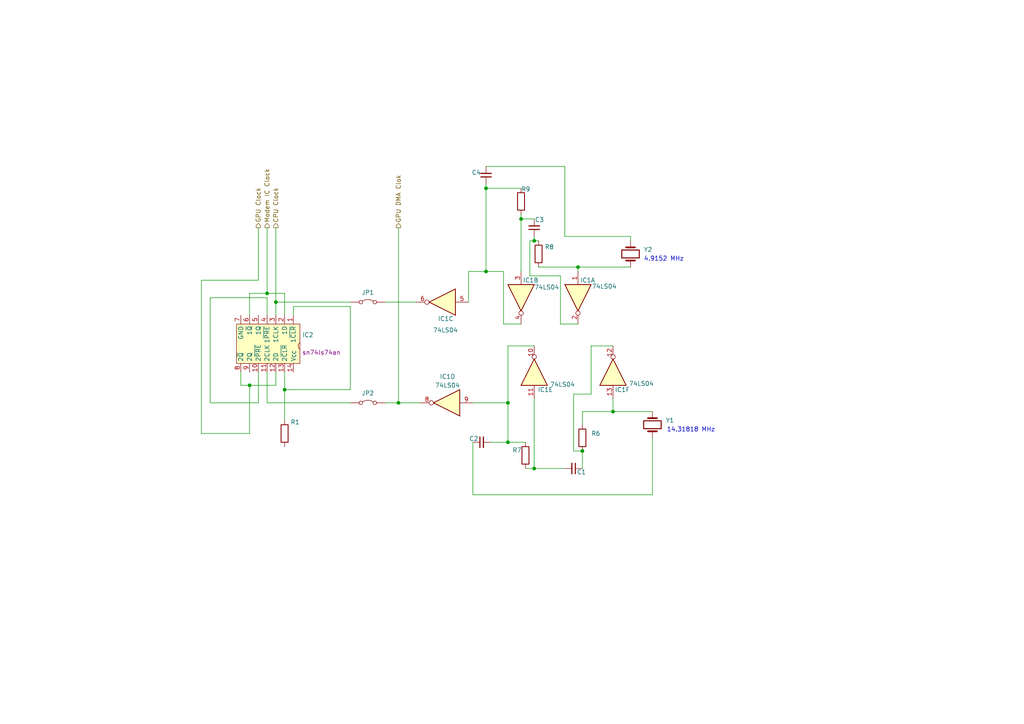
<source format=kicad_sch>
(kicad_sch (version 20250114) (generator "eeschema") (generator_version "9.0")
  (paper "A4")
  (lib_symbols
    (symbol "74xx:74LS04"
      (property "Reference" "U" (at 0 1.27 0))
      (property "Value" "74LS04" (at 0 -1.27 0))
      (symbol "74LS04_1_0"
        (polyline (pts (xy -3.81 3.81) (xy -3.81 -3.81) (xy 3.81 0) (xy -3.81 3.81)) (stroke (width 0.254)) (fill (type background)))
        (pin input line (at -7.62 0 0) (length 3.81) (name "~") (number "1"))
        (pin output inverted (at 7.62 0 180) (length 3.81) (name "~") (number "2"))
      )
      (symbol "74LS04_2_0"
        (polyline (pts (xy -3.81 3.81) (xy -3.81 -3.81) (xy 3.81 0) (xy -3.81 3.81)) (stroke (width 0.254)) (fill (type background)))
        (pin input line (at -7.62 0 0) (length 3.81) (name "~") (number "3"))
        (pin output inverted (at 7.62 0 180) (length 3.81) (name "~") (number "4"))
      )
      (symbol "74LS04_3_0"
        (polyline (pts (xy -3.81 3.81) (xy -3.81 -3.81) (xy 3.81 0) (xy -3.81 3.81)) (stroke (width 0.254)) (fill (type background)))
        (pin input line (at -7.62 0 0) (length 3.81) (name "~") (number "5"))
        (pin output inverted (at 7.62 0 180) (length 3.81) (name "~") (number "6"))
      )
      (symbol "74LS04_4_0"
        (polyline (pts (xy -3.81 3.81) (xy -3.81 -3.81) (xy 3.81 0) (xy -3.81 3.81)) (stroke (width 0.254)) (fill (type background)))
        (pin input line (at -7.62 0 0) (length 3.81) (name "~") (number "9"))
        (pin output inverted (at 7.62 0 180) (length 3.81) (name "~") (number "8"))
      )
      (symbol "74LS04_5_0"
        (polyline (pts (xy -3.81 3.81) (xy -3.81 -3.81) (xy 3.81 0) (xy -3.81 3.81)) (stroke (width 0.254)) (fill (type background)))
        (pin input line (at -7.62 0 0) (length 3.81) (name "~") (number "11"))
        (pin output inverted (at 7.62 0 180) (length 3.81) (name "~") (number "10"))
      )
      (symbol "74LS04_6_0"
        (polyline (pts (xy -3.81 3.81) (xy -3.81 -3.81) (xy 3.81 0) (xy -3.81 3.81)) (stroke (width 0.254)) (fill (type background)))
        (pin input line (at -7.62 0 0) (length 3.81) (name "~") (number "13"))
        (pin output inverted (at 7.62 0 180) (length 3.81) (name "~") (number "12"))
      )
      (symbol "74LS04_7_0"
        (pin power_in line (at 0 12.7 270) (length 5.08) (name "VCC") (number "14"))
        (pin power_in line (at 0 -12.7 90) (length 5.08) (name "GND") (number "7"))
      )
      (symbol "74LS04_7_1"
        (rectangle (start -5.08 7.62) (end 5.08 -7.62) (stroke (width 0.254)) (fill (type background)))
      )
    )
    (symbol "Device:C_Small" (pin_numbers (hide yes)) (pin_names (offset 0.254) (hide yes))
      (property "Reference" "C" (at 0.254 1.778 0))
      (property "Value" "C_Small" (at 0.254 -2.032 0))
      (symbol "C_Small_0_1"
        (polyline (pts (xy -1.524 0.508) (xy 1.524 0.508)) (stroke (width 0.3048)))
        (polyline (pts (xy -1.524 -0.508) (xy 1.524 -0.508)) (stroke (width 0.3302)))
      )
      (symbol "C_Small_1_1"
        (pin passive line (at 0 2.54 270) (length 2.032) (name "~") (number "1"))
        (pin passive line (at 0 -2.54 90) (length 2.032) (name "~") (number "2"))
      )
    )
    (symbol "Device:Crystal" (pin_numbers (hide yes)) (pin_names (offset 1.016) (hide yes))
      (property "Reference" "Y" (at 0 3.81 0))
      (property "Value" "Crystal" (at 0 -3.81 0))
      (symbol "Crystal_0_1"
        (polyline (pts (xy -2.54 0) (xy -1.905 0)))
        (polyline (pts (xy -1.905 -1.27) (xy -1.905 1.27)) (stroke (width 0.508)))
        (rectangle (start -1.143 2.54) (end 1.143 -2.54) (stroke (width 0.3048)))
        (polyline (pts (xy 1.905 -1.27) (xy 1.905 1.27)) (stroke (width 0.508)))
        (polyline (pts (xy 2.54 0) (xy 1.905 0)))
      )
      (symbol "Crystal_1_1"
        (pin passive line (at -3.81 0 0) (length 1.27) (name "1") (number "1"))
        (pin passive line (at 3.81 0 180) (length 1.27) (name "2") (number "2"))
      )
    )
    (symbol "Device:R" (pin_numbers (hide yes)) (pin_names (offset 0))
      (property "Reference" "R" (at 2.032 0 90))
      (property "Value" "R" (at 0 0 90))
      (symbol "R_0_1"
        (rectangle (start -1.016 -2.54) (end 1.016 2.54) (stroke (width 0.254)))
      )
      (symbol "R_1_1"
        (pin passive line (at 0 3.81 270) (length 1.27) (name "~") (number "1"))
        (pin passive line (at 0 -3.81 90) (length 1.27) (name "~") (number "2"))
      )
    )
    (symbol "ICs_lib:sn74ls74an"
      (property "Reference" "IC" (at 2.54 7.112 0))
      (property "Description" "sn74ls74an" (at 3.81 2.794 0))
      (symbol "sn74ls74an_1_1"
        (arc (start -20.955 6.0325) (mid -20.4452 5.08) (end -20.955 4.1275))
        (rectangle (start -20.955 10.16) (end -2.54 -1.27) (fill (type background)))
        (pin input line (at -19.05 12.7 270) (length 2.54) (name "V_{CC}") (number "14"))
        (pin input line (at -19.05 -3.81 90) (length 2.54) (name "1~{CLR}") (number "1"))
        (pin input line (at -16.51 12.7 270) (length 2.54) (name "2~{CLR}") (number "13"))
        (pin input line (at -16.51 -3.81 90) (length 2.54) (name "1D") (number "2"))
        (pin input line (at -13.97 12.7 270) (length 2.54) (name "2D") (number "12"))
        (pin input line (at -13.97 -3.81 90) (length 2.54) (name "1CLK") (number "3"))
        (pin input line (at -11.43 12.7 270) (length 2.54) (name "2CLK") (number "11"))
        (pin input line (at -11.43 -3.81 90) (length 2.54) (name "1~{PRE}") (number "4"))
        (pin input line (at -8.89 12.7 270) (length 2.54) (name "2~{PRE}") (number "10"))
        (pin input line (at -8.89 -3.81 90) (length 2.54) (name "1Q") (number "5"))
        (pin input line (at -6.35 12.7 270) (length 2.54) (name "2Q") (number "9"))
        (pin input line (at -6.35 -3.81 90) (length 2.54) (name "1~{Q}") (number "6"))
        (pin input line (at -3.81 12.7 270) (length 2.54) (name "2~{Q}") (number "8"))
        (pin input line (at -3.81 -3.81 90) (length 2.54) (name "GND") (number "7"))
      )
    )
    (symbol "Jumper:Jumper_2_Bridged" (pin_numbers (hide yes)) (pin_names (offset 0) (hide yes))
      (property "Reference" "JP" (at 0 1.905 0))
      (property "Value" "Jumper_2_Bridged" (at 0 -2.54 0))
      (symbol "Jumper_2_Bridged_0_0"
        (circle (center -2.032 0) (radius 0.508))
        (circle (center 2.032 0) (radius 0.508))
      )
      (symbol "Jumper_2_Bridged_0_1"
        (arc (start -1.524 0.254) (mid 0 0.762) (end 1.524 0.254))
      )
      (symbol "Jumper_2_Bridged_1_1"
        (pin passive line (at -5.08 0 0) (length 2.54) (name "A") (number "1"))
        (pin passive line (at 5.08 0 180) (length 2.54) (name "B") (number "2"))
      )
    )
  )
  (text "4.9152 MHz\n" (at 192.532 75.184 0) (effects (font (size 1.27 1.27))))
  (text "14.31818 MHz" (at 200.406 124.714 0) (effects (font (size 1.27 1.27))))
  (junction (at 147.32 116.84))
  (junction (at 167.64 77.47))
  (junction (at 77.47 85.09))
  (junction (at 154.94 135.89))
  (junction (at 140.97 54.61))
  (junction (at 80.01 87.63))
  (junction (at 72.39 111.76))
  (junction (at 115.57 116.84))
  (junction (at 177.8 119.38))
  (junction (at 154.94 69.85))
  (junction (at 168.91 130.81))
  (junction (at 140.97 78.74))
  (junction (at 82.55 113.03))
  (junction (at 151.13 63.5))
  (junction (at 147.32 128.27))
  (wire (pts (xy 137.16 116.84) (xy 147.32 116.84)))
  (wire (pts (xy 156.21 69.85) (xy 154.94 69.85)))
  (wire (pts (xy 82.55 85.09) (xy 82.55 91.44)))
  (wire (pts (xy 85.09 88.9) (xy 101.6 88.9)))
  (wire (pts (xy 111.76 116.84) (xy 115.57 116.84)))
  (wire (pts (xy 163.83 48.26) (xy 163.83 68.58)))
  (wire (pts (xy 153.67 80.01) (xy 162.56 80.01)))
  (wire (pts (xy 60.96 86.36) (xy 60.96 116.84)))
  (wire (pts (xy 115.57 116.84) (xy 121.92 116.84)))
  (wire (pts (xy 147.32 100.33) (xy 147.32 116.84)))
  (wire (pts (xy 171.45 114.3) (xy 171.45 100.33)))
  (wire (pts (xy 77.47 91.44) (xy 77.47 86.36)))
  (wire (pts (xy 77.47 116.84) (xy 101.6 116.84)))
  (wire (pts (xy 162.56 80.01) (xy 162.56 93.98)))
  (wire (pts (xy 168.91 119.38) (xy 168.91 123.19)))
  (wire (pts (xy 72.39 111.76) (xy 69.85 111.76)))
  (wire (pts (xy 168.91 135.89) (xy 168.91 130.81)))
  (wire (pts (xy 189.23 143.51) (xy 189.23 127)))
  (wire (pts (xy 168.91 119.38) (xy 177.8 119.38)))
  (wire (pts (xy 151.13 63.5) (xy 151.13 78.74)))
  (wire (pts (xy 182.88 68.58) (xy 182.88 69.85)))
  (wire (pts (xy 146.05 93.98) (xy 146.05 78.74)))
  (wire (pts (xy 77.47 85.09) (xy 82.55 85.09)))
  (wire (pts (xy 115.57 66.04) (xy 115.57 116.84)))
  (wire (pts (xy 163.83 135.89) (xy 154.94 135.89)))
  (wire (pts (xy 111.76 87.63) (xy 120.65 87.63)))
  (wire (pts (xy 72.39 85.09) (xy 77.47 85.09)))
  (wire (pts (xy 60.96 116.84) (xy 74.93 116.84)))
  (wire (pts (xy 162.56 93.98) (xy 167.64 93.98)))
  (wire (pts (xy 77.47 107.95) (xy 77.47 116.84)))
  (wire (pts (xy 163.83 68.58) (xy 182.88 68.58)))
  (wire (pts (xy 147.32 128.27) (xy 152.4 128.27)))
  (wire (pts (xy 154.94 68.58) (xy 154.94 69.85)))
  (wire (pts (xy 72.39 111.76) (xy 72.39 125.73)))
  (wire (pts (xy 152.4 135.89) (xy 154.94 135.89)))
  (wire (pts (xy 69.85 111.76) (xy 69.85 107.95)))
  (wire (pts (xy 80.01 66.04) (xy 80.01 87.63)))
  (wire (pts (xy 140.97 48.26) (xy 163.83 48.26)))
  (wire (pts (xy 153.67 69.85) (xy 153.67 80.01)))
  (wire (pts (xy 167.64 77.47) (xy 182.88 77.47)))
  (wire (pts (xy 151.13 63.5) (xy 154.94 63.5)))
  (wire (pts (xy 166.37 130.81) (xy 166.37 114.3)))
  (wire (pts (xy 171.45 100.33) (xy 177.8 100.33)))
  (wire (pts (xy 147.32 116.84) (xy 147.32 128.27)))
  (wire (pts (xy 142.24 128.27) (xy 147.32 128.27)))
  (wire (pts (xy 135.89 78.74) (xy 140.97 78.74)))
  (wire (pts (xy 101.6 88.9) (xy 101.6 113.03)))
  (wire (pts (xy 74.93 107.95) (xy 74.93 116.84)))
  (wire (pts (xy 58.42 81.28) (xy 74.93 81.28)))
  (wire (pts (xy 167.64 78.74) (xy 167.64 77.47)))
  (wire (pts (xy 146.05 78.74) (xy 140.97 78.74)))
  (wire (pts (xy 80.01 91.44) (xy 80.01 87.63)))
  (wire (pts (xy 82.55 107.95) (xy 82.55 113.03)))
  (wire (pts (xy 177.8 115.57) (xy 177.8 119.38)))
  (wire (pts (xy 74.93 66.04) (xy 74.93 81.28)))
  (wire (pts (xy 72.39 125.73) (xy 58.42 125.73)))
  (wire (pts (xy 177.8 119.38) (xy 189.23 119.38)))
  (wire (pts (xy 156.21 77.47) (xy 167.64 77.47)))
  (wire (pts (xy 80.01 87.63) (xy 101.6 87.63)))
  (wire (pts (xy 140.97 53.34) (xy 140.97 54.61)))
  (wire (pts (xy 154.94 115.57) (xy 154.94 135.89)))
  (wire (pts (xy 101.6 113.03) (xy 82.55 113.03)))
  (wire (pts (xy 151.13 93.98) (xy 146.05 93.98)))
  (wire (pts (xy 80.01 107.95) (xy 80.01 111.76)))
  (wire (pts (xy 140.97 54.61) (xy 151.13 54.61)))
  (wire (pts (xy 147.32 100.33) (xy 154.94 100.33)))
  (wire (pts (xy 166.37 130.81) (xy 168.91 130.81)))
  (wire (pts (xy 137.16 143.51) (xy 189.23 143.51)))
  (wire (pts (xy 85.09 91.44) (xy 85.09 88.9)))
  (wire (pts (xy 135.89 87.63) (xy 135.89 78.74)))
  (wire (pts (xy 72.39 91.44) (xy 72.39 85.09)))
  (wire (pts (xy 80.01 111.76) (xy 72.39 111.76)))
  (wire (pts (xy 166.37 114.3) (xy 171.45 114.3)))
  (wire (pts (xy 77.47 66.04) (xy 77.47 85.09)))
  (wire (pts (xy 140.97 54.61) (xy 140.97 78.74)))
  (wire (pts (xy 77.47 86.36) (xy 60.96 86.36)))
  (wire (pts (xy 137.16 128.27) (xy 137.16 143.51)))
  (wire (pts (xy 82.55 113.03) (xy 82.55 121.92)))
  (wire (pts (xy 58.42 125.73) (xy 58.42 81.28)))
  (wire (pts (xy 151.13 62.23) (xy 151.13 63.5)))
  (wire (pts (xy 153.67 69.85) (xy 154.94 69.85)))
  (hierarchical_label "GPU DMA Clok" (shape output) (at 115.57 66.04 90))
  (hierarchical_label "CPU Clock" (shape output) (at 80.01 66.04 90))
  (hierarchical_label "GPU Clock" (shape output) (at 74.93 66.04 90))
  (hierarchical_label "Modem IC Clock" (shape output) (at 77.47 66.04 90))
  (symbol (lib_id "74xx:74LS04") (at 151.13 86.36 270) (unit 2)
    (property "Reference" "IC1" (at 151.638 81.28 90) (effects (justify left)))
    (property "Value" "74LS04" (at 154.94 83.312 90) (effects (justify left)))
    (property "Datasheet" "http://www.ti.com/lit/gpn/sn74LS04" (effects (hide yes)))
    (property "Description" "Hex Inverter" (effects (hide yes)))
  )
  (symbol (lib_id "Device:C_Small") (at 139.7 128.27 90) (unit 1)
    (property "Reference" "C2" (at 137.414 127.254 90))
    (property "Value" "C_Small" (effects (hide yes)))
    (property "Description" "Unpolarized capacitor, small symbol" (effects (hide yes)))
  )
  (symbol (lib_id "ICs_lib:sn74ls74an") (at 66.04 95.25 180) (unit 1)
    (property "Reference" "IC2" (at 87.63 97.1549 0) (effects (justify right)))
    (property "Description" "sn74ls74an" (at 87.63 102.2349 0) (effects (justify right)))
  )
  (symbol (lib_id "Jumper:Jumper_2_Bridged") (at 106.68 87.63 0) (unit 1)
    (property "Reference" "JP1" (at 106.68 84.836 0))
    (property "Value" "Jumper_2_Bridged" (effects (hide yes)))
    (property "Description" "Jumper, 2-pole, closed/bridged" (effects (hide yes)))
  )
  (symbol (lib_id "74xx:74LS04") (at 128.27 87.63 180) (unit 3)
    (property "Reference" "IC1" (at 131.572 92.456 0) (effects (justify left)))
    (property "Value" "74LS04" (at 132.842 95.758 0) (effects (justify left)))
    (property "Datasheet" "http://www.ti.com/lit/gpn/sn74LS04" (effects (hide yes)))
    (property "Description" "Hex Inverter" (effects (hide yes)))
  )
  (symbol (lib_id "Device:C_Small") (at 166.37 135.89 270) (unit 1)
    (property "Reference" "C1" (at 168.656 136.906 90))
    (property "Value" "C_Small" (effects (hide yes)))
    (property "Description" "Unpolarized capacitor, small symbol" (effects (hide yes)))
  )
  (symbol (lib_id "74xx:74LS04") (at 167.64 86.36 90) (mirror x) (unit 1)
    (property "Reference" "IC1" (at 170.434 81.28 90))
    (property "Value" "74LS04" (at 175.26 83.058 90))
    (property "Datasheet" "http://www.ti.com/lit/gpn/sn74LS04" (effects (hide yes)))
    (property "Description" "Hex Inverter" (effects (hide yes)))
  )
  (symbol (lib_id "74xx:74LS04") (at 154.94 107.95 90) (unit 5)
    (property "Reference" "IC1" (at 155.956 113.03 90) (effects (justify right)))
    (property "Value" "74LS04" (at 159.512 111.506 90) (effects (justify right)))
    (property "Datasheet" "http://www.ti.com/lit/gpn/sn74LS04" (effects (hide yes)))
    (property "Description" "Hex Inverter" (effects (hide yes)))
  )
  (symbol (lib_id "Device:R") (at 151.13 58.42 0) (unit 1)
    (property "Reference" "R9" (at 151.13 54.864 0) (effects (justify left)))
    (property "Value" "R" (effects (hide yes)))
    (property "Description" "Resistor" (effects (hide yes)))
  )
  (symbol (lib_id "Device:R") (at 168.91 127 0) (unit 1)
    (property "Reference" "R6" (at 171.45 125.7299 0) (effects (justify left)))
    (property "Value" "R" (effects (hide yes)))
    (property "Description" "Resistor" (effects (hide yes)))
  )
  (symbol (lib_id "Device:Crystal") (at 182.88 73.66 90) (unit 1)
    (property "Reference" "Y2" (at 186.69 72.3899 90) (effects (justify right)))
    (property "Value" "Crystal" (effects (hide yes)))
    (property "Description" "Two pin crystal" (effects (hide yes)))
  )
  (symbol (lib_id "Device:Crystal") (at 189.23 123.19 90) (unit 1)
    (property "Reference" "Y1" (at 193.04 121.9199 90) (effects (justify right)))
    (property "Value" "Crystal" (effects (hide yes)))
    (property "Description" "Two pin crystal" (effects (hide yes)))
  )
  (symbol (lib_id "Jumper:Jumper_2_Bridged") (at 106.68 116.84 0) (unit 1)
    (property "Reference" "JP2" (at 106.68 114.046 0))
    (property "Value" "Jumper_2_Bridged" (effects (hide yes)))
    (property "Description" "Jumper, 2-pole, closed/bridged" (effects (hide yes)))
  )
  (symbol (lib_id "Device:R") (at 82.55 125.73 180) (unit 1)
    (property "Reference" "R1" (at 85.598 122.428 0))
    (property "Value" "R" (effects (hide yes)))
    (property "Description" "Resistor" (effects (hide yes)))
  )
  (symbol (lib_id "Device:R") (at 152.4 132.08 0) (unit 1)
    (property "Reference" "R7" (at 148.59 130.556 0) (effects (justify left)))
    (property "Value" "R" (effects (hide yes)))
    (property "Description" "Resistor" (effects (hide yes)))
  )
  (symbol (lib_id "Device:C_Small") (at 154.94 66.04 180) (unit 1)
    (property "Reference" "C3" (at 156.464 63.754 0))
    (property "Value" "C_Small" (effects (hide yes)))
    (property "Description" "Unpolarized capacitor, small symbol" (effects (hide yes)))
  )
  (symbol (lib_id "74xx:74LS04") (at 129.54 116.84 180) (unit 4)
    (property "Reference" "IC1" (at 129.794 109.22 0))
    (property "Value" "74LS04" (at 129.794 111.76 0))
    (property "Datasheet" "http://www.ti.com/lit/gpn/sn74LS04" (effects (hide yes)))
    (property "Description" "Hex Inverter" (effects (hide yes)))
  )
  (symbol (lib_id "Device:C_Small") (at 140.97 50.8 180) (unit 1)
    (property "Reference" "C4" (at 138.176 50.038 0))
    (property "Value" "C_Small" (effects (hide yes)))
    (property "Description" "Unpolarized capacitor, small symbol" (effects (hide yes)))
  )
  (symbol (lib_id "Device:R") (at 156.21 73.66 0) (unit 1)
    (property "Reference" "R8" (at 157.988 71.628 0) (effects (justify left)))
    (property "Value" "R" (effects (hide yes)))
    (property "Description" "Resistor" (effects (hide yes)))
  )
  (symbol (lib_id "74xx:74LS04") (at 177.8 107.95 90) (unit 6)
    (property "Reference" "IC1" (at 178.308 113.03 90) (effects (justify right)))
    (property "Value" "74LS04" (at 182.372 111.252 90) (effects (justify right)))
    (property "Datasheet" "http://www.ti.com/lit/gpn/sn74LS04" (effects (hide yes)))
    (property "Description" "Hex Inverter" (effects (hide yes)))
  )
)
</source>
